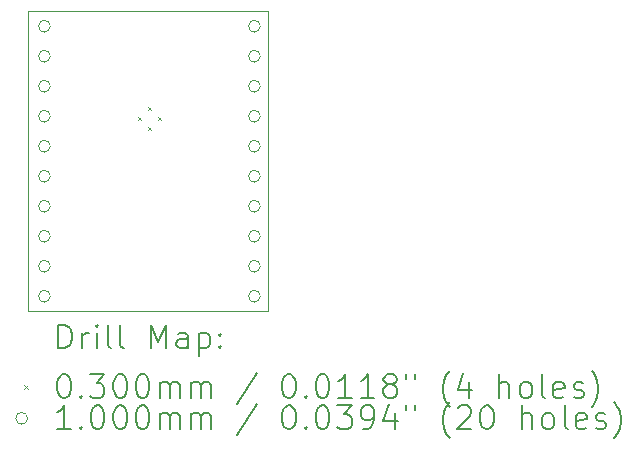
<source format=gbr>
%TF.GenerationSoftware,KiCad,Pcbnew,9.0.6*%
%TF.CreationDate,2025-12-31T23:13:27-06:00*%
%TF.ProjectId,QFN-16_3x3,51464e2d-3136-45f3-9378-332e6b696361,rev?*%
%TF.SameCoordinates,Original*%
%TF.FileFunction,Drillmap*%
%TF.FilePolarity,Positive*%
%FSLAX45Y45*%
G04 Gerber Fmt 4.5, Leading zero omitted, Abs format (unit mm)*
G04 Created by KiCad (PCBNEW 9.0.6) date 2025-12-31 23:13:27*
%MOMM*%
%LPD*%
G01*
G04 APERTURE LIST*
%ADD10C,0.050000*%
%ADD11C,0.200000*%
%ADD12C,0.100000*%
G04 APERTURE END LIST*
D10*
X12052200Y-10795336D02*
X14084200Y-10795336D01*
X14084200Y-13335336D01*
X12052200Y-13335336D01*
X12052200Y-10795336D01*
D11*
D12*
X12981147Y-11687296D02*
X13011147Y-11717296D01*
X13011147Y-11687296D02*
X12981147Y-11717296D01*
X13066000Y-11602444D02*
X13096000Y-11632444D01*
X13096000Y-11602444D02*
X13066000Y-11632444D01*
X13066000Y-11772149D02*
X13096000Y-11802149D01*
X13096000Y-11772149D02*
X13066000Y-11802149D01*
X13150853Y-11687296D02*
X13180853Y-11717296D01*
X13180853Y-11687296D02*
X13150853Y-11717296D01*
X12242000Y-10922000D02*
G75*
G02*
X12142000Y-10922000I-50000J0D01*
G01*
X12142000Y-10922000D02*
G75*
G02*
X12242000Y-10922000I50000J0D01*
G01*
X12242000Y-11176000D02*
G75*
G02*
X12142000Y-11176000I-50000J0D01*
G01*
X12142000Y-11176000D02*
G75*
G02*
X12242000Y-11176000I50000J0D01*
G01*
X12242000Y-11430000D02*
G75*
G02*
X12142000Y-11430000I-50000J0D01*
G01*
X12142000Y-11430000D02*
G75*
G02*
X12242000Y-11430000I50000J0D01*
G01*
X12242000Y-11684000D02*
G75*
G02*
X12142000Y-11684000I-50000J0D01*
G01*
X12142000Y-11684000D02*
G75*
G02*
X12242000Y-11684000I50000J0D01*
G01*
X12242000Y-11938000D02*
G75*
G02*
X12142000Y-11938000I-50000J0D01*
G01*
X12142000Y-11938000D02*
G75*
G02*
X12242000Y-11938000I50000J0D01*
G01*
X12242000Y-12192000D02*
G75*
G02*
X12142000Y-12192000I-50000J0D01*
G01*
X12142000Y-12192000D02*
G75*
G02*
X12242000Y-12192000I50000J0D01*
G01*
X12242000Y-12446000D02*
G75*
G02*
X12142000Y-12446000I-50000J0D01*
G01*
X12142000Y-12446000D02*
G75*
G02*
X12242000Y-12446000I50000J0D01*
G01*
X12242000Y-12700000D02*
G75*
G02*
X12142000Y-12700000I-50000J0D01*
G01*
X12142000Y-12700000D02*
G75*
G02*
X12242000Y-12700000I50000J0D01*
G01*
X12242000Y-12954000D02*
G75*
G02*
X12142000Y-12954000I-50000J0D01*
G01*
X12142000Y-12954000D02*
G75*
G02*
X12242000Y-12954000I50000J0D01*
G01*
X12242000Y-13208000D02*
G75*
G02*
X12142000Y-13208000I-50000J0D01*
G01*
X12142000Y-13208000D02*
G75*
G02*
X12242000Y-13208000I50000J0D01*
G01*
X14020000Y-10922000D02*
G75*
G02*
X13920000Y-10922000I-50000J0D01*
G01*
X13920000Y-10922000D02*
G75*
G02*
X14020000Y-10922000I50000J0D01*
G01*
X14020000Y-11176000D02*
G75*
G02*
X13920000Y-11176000I-50000J0D01*
G01*
X13920000Y-11176000D02*
G75*
G02*
X14020000Y-11176000I50000J0D01*
G01*
X14020000Y-11430000D02*
G75*
G02*
X13920000Y-11430000I-50000J0D01*
G01*
X13920000Y-11430000D02*
G75*
G02*
X14020000Y-11430000I50000J0D01*
G01*
X14020000Y-11684000D02*
G75*
G02*
X13920000Y-11684000I-50000J0D01*
G01*
X13920000Y-11684000D02*
G75*
G02*
X14020000Y-11684000I50000J0D01*
G01*
X14020000Y-11938000D02*
G75*
G02*
X13920000Y-11938000I-50000J0D01*
G01*
X13920000Y-11938000D02*
G75*
G02*
X14020000Y-11938000I50000J0D01*
G01*
X14020000Y-12192000D02*
G75*
G02*
X13920000Y-12192000I-50000J0D01*
G01*
X13920000Y-12192000D02*
G75*
G02*
X14020000Y-12192000I50000J0D01*
G01*
X14020000Y-12446000D02*
G75*
G02*
X13920000Y-12446000I-50000J0D01*
G01*
X13920000Y-12446000D02*
G75*
G02*
X14020000Y-12446000I50000J0D01*
G01*
X14020000Y-12700000D02*
G75*
G02*
X13920000Y-12700000I-50000J0D01*
G01*
X13920000Y-12700000D02*
G75*
G02*
X14020000Y-12700000I50000J0D01*
G01*
X14020000Y-12954000D02*
G75*
G02*
X13920000Y-12954000I-50000J0D01*
G01*
X13920000Y-12954000D02*
G75*
G02*
X14020000Y-12954000I50000J0D01*
G01*
X14020000Y-13208000D02*
G75*
G02*
X13920000Y-13208000I-50000J0D01*
G01*
X13920000Y-13208000D02*
G75*
G02*
X14020000Y-13208000I50000J0D01*
G01*
D11*
X12310477Y-13649320D02*
X12310477Y-13449320D01*
X12310477Y-13449320D02*
X12358096Y-13449320D01*
X12358096Y-13449320D02*
X12386667Y-13458843D01*
X12386667Y-13458843D02*
X12405715Y-13477891D01*
X12405715Y-13477891D02*
X12415239Y-13496939D01*
X12415239Y-13496939D02*
X12424762Y-13535034D01*
X12424762Y-13535034D02*
X12424762Y-13563605D01*
X12424762Y-13563605D02*
X12415239Y-13601701D01*
X12415239Y-13601701D02*
X12405715Y-13620748D01*
X12405715Y-13620748D02*
X12386667Y-13639796D01*
X12386667Y-13639796D02*
X12358096Y-13649320D01*
X12358096Y-13649320D02*
X12310477Y-13649320D01*
X12510477Y-13649320D02*
X12510477Y-13515986D01*
X12510477Y-13554082D02*
X12520000Y-13535034D01*
X12520000Y-13535034D02*
X12529524Y-13525510D01*
X12529524Y-13525510D02*
X12548572Y-13515986D01*
X12548572Y-13515986D02*
X12567620Y-13515986D01*
X12634286Y-13649320D02*
X12634286Y-13515986D01*
X12634286Y-13449320D02*
X12624762Y-13458843D01*
X12624762Y-13458843D02*
X12634286Y-13468367D01*
X12634286Y-13468367D02*
X12643810Y-13458843D01*
X12643810Y-13458843D02*
X12634286Y-13449320D01*
X12634286Y-13449320D02*
X12634286Y-13468367D01*
X12758096Y-13649320D02*
X12739048Y-13639796D01*
X12739048Y-13639796D02*
X12729524Y-13620748D01*
X12729524Y-13620748D02*
X12729524Y-13449320D01*
X12862858Y-13649320D02*
X12843810Y-13639796D01*
X12843810Y-13639796D02*
X12834286Y-13620748D01*
X12834286Y-13620748D02*
X12834286Y-13449320D01*
X13091429Y-13649320D02*
X13091429Y-13449320D01*
X13091429Y-13449320D02*
X13158096Y-13592177D01*
X13158096Y-13592177D02*
X13224762Y-13449320D01*
X13224762Y-13449320D02*
X13224762Y-13649320D01*
X13405715Y-13649320D02*
X13405715Y-13544558D01*
X13405715Y-13544558D02*
X13396191Y-13525510D01*
X13396191Y-13525510D02*
X13377143Y-13515986D01*
X13377143Y-13515986D02*
X13339048Y-13515986D01*
X13339048Y-13515986D02*
X13320000Y-13525510D01*
X13405715Y-13639796D02*
X13386667Y-13649320D01*
X13386667Y-13649320D02*
X13339048Y-13649320D01*
X13339048Y-13649320D02*
X13320000Y-13639796D01*
X13320000Y-13639796D02*
X13310477Y-13620748D01*
X13310477Y-13620748D02*
X13310477Y-13601701D01*
X13310477Y-13601701D02*
X13320000Y-13582653D01*
X13320000Y-13582653D02*
X13339048Y-13573129D01*
X13339048Y-13573129D02*
X13386667Y-13573129D01*
X13386667Y-13573129D02*
X13405715Y-13563605D01*
X13500953Y-13515986D02*
X13500953Y-13715986D01*
X13500953Y-13525510D02*
X13520000Y-13515986D01*
X13520000Y-13515986D02*
X13558096Y-13515986D01*
X13558096Y-13515986D02*
X13577143Y-13525510D01*
X13577143Y-13525510D02*
X13586667Y-13535034D01*
X13586667Y-13535034D02*
X13596191Y-13554082D01*
X13596191Y-13554082D02*
X13596191Y-13611224D01*
X13596191Y-13611224D02*
X13586667Y-13630272D01*
X13586667Y-13630272D02*
X13577143Y-13639796D01*
X13577143Y-13639796D02*
X13558096Y-13649320D01*
X13558096Y-13649320D02*
X13520000Y-13649320D01*
X13520000Y-13649320D02*
X13500953Y-13639796D01*
X13681905Y-13630272D02*
X13691429Y-13639796D01*
X13691429Y-13639796D02*
X13681905Y-13649320D01*
X13681905Y-13649320D02*
X13672381Y-13639796D01*
X13672381Y-13639796D02*
X13681905Y-13630272D01*
X13681905Y-13630272D02*
X13681905Y-13649320D01*
X13681905Y-13525510D02*
X13691429Y-13535034D01*
X13691429Y-13535034D02*
X13681905Y-13544558D01*
X13681905Y-13544558D02*
X13672381Y-13535034D01*
X13672381Y-13535034D02*
X13681905Y-13525510D01*
X13681905Y-13525510D02*
X13681905Y-13544558D01*
D12*
X12019700Y-13962836D02*
X12049700Y-13992836D01*
X12049700Y-13962836D02*
X12019700Y-13992836D01*
D11*
X12348572Y-13869320D02*
X12367620Y-13869320D01*
X12367620Y-13869320D02*
X12386667Y-13878843D01*
X12386667Y-13878843D02*
X12396191Y-13888367D01*
X12396191Y-13888367D02*
X12405715Y-13907415D01*
X12405715Y-13907415D02*
X12415239Y-13945510D01*
X12415239Y-13945510D02*
X12415239Y-13993129D01*
X12415239Y-13993129D02*
X12405715Y-14031224D01*
X12405715Y-14031224D02*
X12396191Y-14050272D01*
X12396191Y-14050272D02*
X12386667Y-14059796D01*
X12386667Y-14059796D02*
X12367620Y-14069320D01*
X12367620Y-14069320D02*
X12348572Y-14069320D01*
X12348572Y-14069320D02*
X12329524Y-14059796D01*
X12329524Y-14059796D02*
X12320000Y-14050272D01*
X12320000Y-14050272D02*
X12310477Y-14031224D01*
X12310477Y-14031224D02*
X12300953Y-13993129D01*
X12300953Y-13993129D02*
X12300953Y-13945510D01*
X12300953Y-13945510D02*
X12310477Y-13907415D01*
X12310477Y-13907415D02*
X12320000Y-13888367D01*
X12320000Y-13888367D02*
X12329524Y-13878843D01*
X12329524Y-13878843D02*
X12348572Y-13869320D01*
X12500953Y-14050272D02*
X12510477Y-14059796D01*
X12510477Y-14059796D02*
X12500953Y-14069320D01*
X12500953Y-14069320D02*
X12491429Y-14059796D01*
X12491429Y-14059796D02*
X12500953Y-14050272D01*
X12500953Y-14050272D02*
X12500953Y-14069320D01*
X12577143Y-13869320D02*
X12700953Y-13869320D01*
X12700953Y-13869320D02*
X12634286Y-13945510D01*
X12634286Y-13945510D02*
X12662858Y-13945510D01*
X12662858Y-13945510D02*
X12681905Y-13955034D01*
X12681905Y-13955034D02*
X12691429Y-13964558D01*
X12691429Y-13964558D02*
X12700953Y-13983605D01*
X12700953Y-13983605D02*
X12700953Y-14031224D01*
X12700953Y-14031224D02*
X12691429Y-14050272D01*
X12691429Y-14050272D02*
X12681905Y-14059796D01*
X12681905Y-14059796D02*
X12662858Y-14069320D01*
X12662858Y-14069320D02*
X12605715Y-14069320D01*
X12605715Y-14069320D02*
X12586667Y-14059796D01*
X12586667Y-14059796D02*
X12577143Y-14050272D01*
X12824762Y-13869320D02*
X12843810Y-13869320D01*
X12843810Y-13869320D02*
X12862858Y-13878843D01*
X12862858Y-13878843D02*
X12872381Y-13888367D01*
X12872381Y-13888367D02*
X12881905Y-13907415D01*
X12881905Y-13907415D02*
X12891429Y-13945510D01*
X12891429Y-13945510D02*
X12891429Y-13993129D01*
X12891429Y-13993129D02*
X12881905Y-14031224D01*
X12881905Y-14031224D02*
X12872381Y-14050272D01*
X12872381Y-14050272D02*
X12862858Y-14059796D01*
X12862858Y-14059796D02*
X12843810Y-14069320D01*
X12843810Y-14069320D02*
X12824762Y-14069320D01*
X12824762Y-14069320D02*
X12805715Y-14059796D01*
X12805715Y-14059796D02*
X12796191Y-14050272D01*
X12796191Y-14050272D02*
X12786667Y-14031224D01*
X12786667Y-14031224D02*
X12777143Y-13993129D01*
X12777143Y-13993129D02*
X12777143Y-13945510D01*
X12777143Y-13945510D02*
X12786667Y-13907415D01*
X12786667Y-13907415D02*
X12796191Y-13888367D01*
X12796191Y-13888367D02*
X12805715Y-13878843D01*
X12805715Y-13878843D02*
X12824762Y-13869320D01*
X13015239Y-13869320D02*
X13034286Y-13869320D01*
X13034286Y-13869320D02*
X13053334Y-13878843D01*
X13053334Y-13878843D02*
X13062858Y-13888367D01*
X13062858Y-13888367D02*
X13072381Y-13907415D01*
X13072381Y-13907415D02*
X13081905Y-13945510D01*
X13081905Y-13945510D02*
X13081905Y-13993129D01*
X13081905Y-13993129D02*
X13072381Y-14031224D01*
X13072381Y-14031224D02*
X13062858Y-14050272D01*
X13062858Y-14050272D02*
X13053334Y-14059796D01*
X13053334Y-14059796D02*
X13034286Y-14069320D01*
X13034286Y-14069320D02*
X13015239Y-14069320D01*
X13015239Y-14069320D02*
X12996191Y-14059796D01*
X12996191Y-14059796D02*
X12986667Y-14050272D01*
X12986667Y-14050272D02*
X12977143Y-14031224D01*
X12977143Y-14031224D02*
X12967620Y-13993129D01*
X12967620Y-13993129D02*
X12967620Y-13945510D01*
X12967620Y-13945510D02*
X12977143Y-13907415D01*
X12977143Y-13907415D02*
X12986667Y-13888367D01*
X12986667Y-13888367D02*
X12996191Y-13878843D01*
X12996191Y-13878843D02*
X13015239Y-13869320D01*
X13167620Y-14069320D02*
X13167620Y-13935986D01*
X13167620Y-13955034D02*
X13177143Y-13945510D01*
X13177143Y-13945510D02*
X13196191Y-13935986D01*
X13196191Y-13935986D02*
X13224762Y-13935986D01*
X13224762Y-13935986D02*
X13243810Y-13945510D01*
X13243810Y-13945510D02*
X13253334Y-13964558D01*
X13253334Y-13964558D02*
X13253334Y-14069320D01*
X13253334Y-13964558D02*
X13262858Y-13945510D01*
X13262858Y-13945510D02*
X13281905Y-13935986D01*
X13281905Y-13935986D02*
X13310477Y-13935986D01*
X13310477Y-13935986D02*
X13329524Y-13945510D01*
X13329524Y-13945510D02*
X13339048Y-13964558D01*
X13339048Y-13964558D02*
X13339048Y-14069320D01*
X13434286Y-14069320D02*
X13434286Y-13935986D01*
X13434286Y-13955034D02*
X13443810Y-13945510D01*
X13443810Y-13945510D02*
X13462858Y-13935986D01*
X13462858Y-13935986D02*
X13491429Y-13935986D01*
X13491429Y-13935986D02*
X13510477Y-13945510D01*
X13510477Y-13945510D02*
X13520001Y-13964558D01*
X13520001Y-13964558D02*
X13520001Y-14069320D01*
X13520001Y-13964558D02*
X13529524Y-13945510D01*
X13529524Y-13945510D02*
X13548572Y-13935986D01*
X13548572Y-13935986D02*
X13577143Y-13935986D01*
X13577143Y-13935986D02*
X13596191Y-13945510D01*
X13596191Y-13945510D02*
X13605715Y-13964558D01*
X13605715Y-13964558D02*
X13605715Y-14069320D01*
X13996191Y-13859796D02*
X13824763Y-14116939D01*
X14253334Y-13869320D02*
X14272382Y-13869320D01*
X14272382Y-13869320D02*
X14291429Y-13878843D01*
X14291429Y-13878843D02*
X14300953Y-13888367D01*
X14300953Y-13888367D02*
X14310477Y-13907415D01*
X14310477Y-13907415D02*
X14320001Y-13945510D01*
X14320001Y-13945510D02*
X14320001Y-13993129D01*
X14320001Y-13993129D02*
X14310477Y-14031224D01*
X14310477Y-14031224D02*
X14300953Y-14050272D01*
X14300953Y-14050272D02*
X14291429Y-14059796D01*
X14291429Y-14059796D02*
X14272382Y-14069320D01*
X14272382Y-14069320D02*
X14253334Y-14069320D01*
X14253334Y-14069320D02*
X14234286Y-14059796D01*
X14234286Y-14059796D02*
X14224763Y-14050272D01*
X14224763Y-14050272D02*
X14215239Y-14031224D01*
X14215239Y-14031224D02*
X14205715Y-13993129D01*
X14205715Y-13993129D02*
X14205715Y-13945510D01*
X14205715Y-13945510D02*
X14215239Y-13907415D01*
X14215239Y-13907415D02*
X14224763Y-13888367D01*
X14224763Y-13888367D02*
X14234286Y-13878843D01*
X14234286Y-13878843D02*
X14253334Y-13869320D01*
X14405715Y-14050272D02*
X14415239Y-14059796D01*
X14415239Y-14059796D02*
X14405715Y-14069320D01*
X14405715Y-14069320D02*
X14396191Y-14059796D01*
X14396191Y-14059796D02*
X14405715Y-14050272D01*
X14405715Y-14050272D02*
X14405715Y-14069320D01*
X14539048Y-13869320D02*
X14558096Y-13869320D01*
X14558096Y-13869320D02*
X14577144Y-13878843D01*
X14577144Y-13878843D02*
X14586667Y-13888367D01*
X14586667Y-13888367D02*
X14596191Y-13907415D01*
X14596191Y-13907415D02*
X14605715Y-13945510D01*
X14605715Y-13945510D02*
X14605715Y-13993129D01*
X14605715Y-13993129D02*
X14596191Y-14031224D01*
X14596191Y-14031224D02*
X14586667Y-14050272D01*
X14586667Y-14050272D02*
X14577144Y-14059796D01*
X14577144Y-14059796D02*
X14558096Y-14069320D01*
X14558096Y-14069320D02*
X14539048Y-14069320D01*
X14539048Y-14069320D02*
X14520001Y-14059796D01*
X14520001Y-14059796D02*
X14510477Y-14050272D01*
X14510477Y-14050272D02*
X14500953Y-14031224D01*
X14500953Y-14031224D02*
X14491429Y-13993129D01*
X14491429Y-13993129D02*
X14491429Y-13945510D01*
X14491429Y-13945510D02*
X14500953Y-13907415D01*
X14500953Y-13907415D02*
X14510477Y-13888367D01*
X14510477Y-13888367D02*
X14520001Y-13878843D01*
X14520001Y-13878843D02*
X14539048Y-13869320D01*
X14796191Y-14069320D02*
X14681905Y-14069320D01*
X14739048Y-14069320D02*
X14739048Y-13869320D01*
X14739048Y-13869320D02*
X14720001Y-13897891D01*
X14720001Y-13897891D02*
X14700953Y-13916939D01*
X14700953Y-13916939D02*
X14681905Y-13926462D01*
X14986667Y-14069320D02*
X14872382Y-14069320D01*
X14929524Y-14069320D02*
X14929524Y-13869320D01*
X14929524Y-13869320D02*
X14910477Y-13897891D01*
X14910477Y-13897891D02*
X14891429Y-13916939D01*
X14891429Y-13916939D02*
X14872382Y-13926462D01*
X15100953Y-13955034D02*
X15081905Y-13945510D01*
X15081905Y-13945510D02*
X15072382Y-13935986D01*
X15072382Y-13935986D02*
X15062858Y-13916939D01*
X15062858Y-13916939D02*
X15062858Y-13907415D01*
X15062858Y-13907415D02*
X15072382Y-13888367D01*
X15072382Y-13888367D02*
X15081905Y-13878843D01*
X15081905Y-13878843D02*
X15100953Y-13869320D01*
X15100953Y-13869320D02*
X15139048Y-13869320D01*
X15139048Y-13869320D02*
X15158096Y-13878843D01*
X15158096Y-13878843D02*
X15167620Y-13888367D01*
X15167620Y-13888367D02*
X15177144Y-13907415D01*
X15177144Y-13907415D02*
X15177144Y-13916939D01*
X15177144Y-13916939D02*
X15167620Y-13935986D01*
X15167620Y-13935986D02*
X15158096Y-13945510D01*
X15158096Y-13945510D02*
X15139048Y-13955034D01*
X15139048Y-13955034D02*
X15100953Y-13955034D01*
X15100953Y-13955034D02*
X15081905Y-13964558D01*
X15081905Y-13964558D02*
X15072382Y-13974082D01*
X15072382Y-13974082D02*
X15062858Y-13993129D01*
X15062858Y-13993129D02*
X15062858Y-14031224D01*
X15062858Y-14031224D02*
X15072382Y-14050272D01*
X15072382Y-14050272D02*
X15081905Y-14059796D01*
X15081905Y-14059796D02*
X15100953Y-14069320D01*
X15100953Y-14069320D02*
X15139048Y-14069320D01*
X15139048Y-14069320D02*
X15158096Y-14059796D01*
X15158096Y-14059796D02*
X15167620Y-14050272D01*
X15167620Y-14050272D02*
X15177144Y-14031224D01*
X15177144Y-14031224D02*
X15177144Y-13993129D01*
X15177144Y-13993129D02*
X15167620Y-13974082D01*
X15167620Y-13974082D02*
X15158096Y-13964558D01*
X15158096Y-13964558D02*
X15139048Y-13955034D01*
X15253334Y-13869320D02*
X15253334Y-13907415D01*
X15329525Y-13869320D02*
X15329525Y-13907415D01*
X15624763Y-14145510D02*
X15615239Y-14135986D01*
X15615239Y-14135986D02*
X15596191Y-14107415D01*
X15596191Y-14107415D02*
X15586667Y-14088367D01*
X15586667Y-14088367D02*
X15577144Y-14059796D01*
X15577144Y-14059796D02*
X15567620Y-14012177D01*
X15567620Y-14012177D02*
X15567620Y-13974082D01*
X15567620Y-13974082D02*
X15577144Y-13926462D01*
X15577144Y-13926462D02*
X15586667Y-13897891D01*
X15586667Y-13897891D02*
X15596191Y-13878843D01*
X15596191Y-13878843D02*
X15615239Y-13850272D01*
X15615239Y-13850272D02*
X15624763Y-13840748D01*
X15786667Y-13935986D02*
X15786667Y-14069320D01*
X15739048Y-13859796D02*
X15691429Y-14002653D01*
X15691429Y-14002653D02*
X15815239Y-14002653D01*
X16043810Y-14069320D02*
X16043810Y-13869320D01*
X16129525Y-14069320D02*
X16129525Y-13964558D01*
X16129525Y-13964558D02*
X16120001Y-13945510D01*
X16120001Y-13945510D02*
X16100953Y-13935986D01*
X16100953Y-13935986D02*
X16072382Y-13935986D01*
X16072382Y-13935986D02*
X16053334Y-13945510D01*
X16053334Y-13945510D02*
X16043810Y-13955034D01*
X16253334Y-14069320D02*
X16234287Y-14059796D01*
X16234287Y-14059796D02*
X16224763Y-14050272D01*
X16224763Y-14050272D02*
X16215239Y-14031224D01*
X16215239Y-14031224D02*
X16215239Y-13974082D01*
X16215239Y-13974082D02*
X16224763Y-13955034D01*
X16224763Y-13955034D02*
X16234287Y-13945510D01*
X16234287Y-13945510D02*
X16253334Y-13935986D01*
X16253334Y-13935986D02*
X16281906Y-13935986D01*
X16281906Y-13935986D02*
X16300953Y-13945510D01*
X16300953Y-13945510D02*
X16310477Y-13955034D01*
X16310477Y-13955034D02*
X16320001Y-13974082D01*
X16320001Y-13974082D02*
X16320001Y-14031224D01*
X16320001Y-14031224D02*
X16310477Y-14050272D01*
X16310477Y-14050272D02*
X16300953Y-14059796D01*
X16300953Y-14059796D02*
X16281906Y-14069320D01*
X16281906Y-14069320D02*
X16253334Y-14069320D01*
X16434287Y-14069320D02*
X16415239Y-14059796D01*
X16415239Y-14059796D02*
X16405715Y-14040748D01*
X16405715Y-14040748D02*
X16405715Y-13869320D01*
X16586668Y-14059796D02*
X16567620Y-14069320D01*
X16567620Y-14069320D02*
X16529525Y-14069320D01*
X16529525Y-14069320D02*
X16510477Y-14059796D01*
X16510477Y-14059796D02*
X16500953Y-14040748D01*
X16500953Y-14040748D02*
X16500953Y-13964558D01*
X16500953Y-13964558D02*
X16510477Y-13945510D01*
X16510477Y-13945510D02*
X16529525Y-13935986D01*
X16529525Y-13935986D02*
X16567620Y-13935986D01*
X16567620Y-13935986D02*
X16586668Y-13945510D01*
X16586668Y-13945510D02*
X16596191Y-13964558D01*
X16596191Y-13964558D02*
X16596191Y-13983605D01*
X16596191Y-13983605D02*
X16500953Y-14002653D01*
X16672382Y-14059796D02*
X16691429Y-14069320D01*
X16691429Y-14069320D02*
X16729525Y-14069320D01*
X16729525Y-14069320D02*
X16748572Y-14059796D01*
X16748572Y-14059796D02*
X16758096Y-14040748D01*
X16758096Y-14040748D02*
X16758096Y-14031224D01*
X16758096Y-14031224D02*
X16748572Y-14012177D01*
X16748572Y-14012177D02*
X16729525Y-14002653D01*
X16729525Y-14002653D02*
X16700953Y-14002653D01*
X16700953Y-14002653D02*
X16681906Y-13993129D01*
X16681906Y-13993129D02*
X16672382Y-13974082D01*
X16672382Y-13974082D02*
X16672382Y-13964558D01*
X16672382Y-13964558D02*
X16681906Y-13945510D01*
X16681906Y-13945510D02*
X16700953Y-13935986D01*
X16700953Y-13935986D02*
X16729525Y-13935986D01*
X16729525Y-13935986D02*
X16748572Y-13945510D01*
X16824763Y-14145510D02*
X16834287Y-14135986D01*
X16834287Y-14135986D02*
X16853334Y-14107415D01*
X16853334Y-14107415D02*
X16862858Y-14088367D01*
X16862858Y-14088367D02*
X16872382Y-14059796D01*
X16872382Y-14059796D02*
X16881906Y-14012177D01*
X16881906Y-14012177D02*
X16881906Y-13974082D01*
X16881906Y-13974082D02*
X16872382Y-13926462D01*
X16872382Y-13926462D02*
X16862858Y-13897891D01*
X16862858Y-13897891D02*
X16853334Y-13878843D01*
X16853334Y-13878843D02*
X16834287Y-13850272D01*
X16834287Y-13850272D02*
X16824763Y-13840748D01*
D12*
X12049700Y-14241836D02*
G75*
G02*
X11949700Y-14241836I-50000J0D01*
G01*
X11949700Y-14241836D02*
G75*
G02*
X12049700Y-14241836I50000J0D01*
G01*
D11*
X12415239Y-14333320D02*
X12300953Y-14333320D01*
X12358096Y-14333320D02*
X12358096Y-14133320D01*
X12358096Y-14133320D02*
X12339048Y-14161891D01*
X12339048Y-14161891D02*
X12320000Y-14180939D01*
X12320000Y-14180939D02*
X12300953Y-14190462D01*
X12500953Y-14314272D02*
X12510477Y-14323796D01*
X12510477Y-14323796D02*
X12500953Y-14333320D01*
X12500953Y-14333320D02*
X12491429Y-14323796D01*
X12491429Y-14323796D02*
X12500953Y-14314272D01*
X12500953Y-14314272D02*
X12500953Y-14333320D01*
X12634286Y-14133320D02*
X12653334Y-14133320D01*
X12653334Y-14133320D02*
X12672381Y-14142843D01*
X12672381Y-14142843D02*
X12681905Y-14152367D01*
X12681905Y-14152367D02*
X12691429Y-14171415D01*
X12691429Y-14171415D02*
X12700953Y-14209510D01*
X12700953Y-14209510D02*
X12700953Y-14257129D01*
X12700953Y-14257129D02*
X12691429Y-14295224D01*
X12691429Y-14295224D02*
X12681905Y-14314272D01*
X12681905Y-14314272D02*
X12672381Y-14323796D01*
X12672381Y-14323796D02*
X12653334Y-14333320D01*
X12653334Y-14333320D02*
X12634286Y-14333320D01*
X12634286Y-14333320D02*
X12615239Y-14323796D01*
X12615239Y-14323796D02*
X12605715Y-14314272D01*
X12605715Y-14314272D02*
X12596191Y-14295224D01*
X12596191Y-14295224D02*
X12586667Y-14257129D01*
X12586667Y-14257129D02*
X12586667Y-14209510D01*
X12586667Y-14209510D02*
X12596191Y-14171415D01*
X12596191Y-14171415D02*
X12605715Y-14152367D01*
X12605715Y-14152367D02*
X12615239Y-14142843D01*
X12615239Y-14142843D02*
X12634286Y-14133320D01*
X12824762Y-14133320D02*
X12843810Y-14133320D01*
X12843810Y-14133320D02*
X12862858Y-14142843D01*
X12862858Y-14142843D02*
X12872381Y-14152367D01*
X12872381Y-14152367D02*
X12881905Y-14171415D01*
X12881905Y-14171415D02*
X12891429Y-14209510D01*
X12891429Y-14209510D02*
X12891429Y-14257129D01*
X12891429Y-14257129D02*
X12881905Y-14295224D01*
X12881905Y-14295224D02*
X12872381Y-14314272D01*
X12872381Y-14314272D02*
X12862858Y-14323796D01*
X12862858Y-14323796D02*
X12843810Y-14333320D01*
X12843810Y-14333320D02*
X12824762Y-14333320D01*
X12824762Y-14333320D02*
X12805715Y-14323796D01*
X12805715Y-14323796D02*
X12796191Y-14314272D01*
X12796191Y-14314272D02*
X12786667Y-14295224D01*
X12786667Y-14295224D02*
X12777143Y-14257129D01*
X12777143Y-14257129D02*
X12777143Y-14209510D01*
X12777143Y-14209510D02*
X12786667Y-14171415D01*
X12786667Y-14171415D02*
X12796191Y-14152367D01*
X12796191Y-14152367D02*
X12805715Y-14142843D01*
X12805715Y-14142843D02*
X12824762Y-14133320D01*
X13015239Y-14133320D02*
X13034286Y-14133320D01*
X13034286Y-14133320D02*
X13053334Y-14142843D01*
X13053334Y-14142843D02*
X13062858Y-14152367D01*
X13062858Y-14152367D02*
X13072381Y-14171415D01*
X13072381Y-14171415D02*
X13081905Y-14209510D01*
X13081905Y-14209510D02*
X13081905Y-14257129D01*
X13081905Y-14257129D02*
X13072381Y-14295224D01*
X13072381Y-14295224D02*
X13062858Y-14314272D01*
X13062858Y-14314272D02*
X13053334Y-14323796D01*
X13053334Y-14323796D02*
X13034286Y-14333320D01*
X13034286Y-14333320D02*
X13015239Y-14333320D01*
X13015239Y-14333320D02*
X12996191Y-14323796D01*
X12996191Y-14323796D02*
X12986667Y-14314272D01*
X12986667Y-14314272D02*
X12977143Y-14295224D01*
X12977143Y-14295224D02*
X12967620Y-14257129D01*
X12967620Y-14257129D02*
X12967620Y-14209510D01*
X12967620Y-14209510D02*
X12977143Y-14171415D01*
X12977143Y-14171415D02*
X12986667Y-14152367D01*
X12986667Y-14152367D02*
X12996191Y-14142843D01*
X12996191Y-14142843D02*
X13015239Y-14133320D01*
X13167620Y-14333320D02*
X13167620Y-14199986D01*
X13167620Y-14219034D02*
X13177143Y-14209510D01*
X13177143Y-14209510D02*
X13196191Y-14199986D01*
X13196191Y-14199986D02*
X13224762Y-14199986D01*
X13224762Y-14199986D02*
X13243810Y-14209510D01*
X13243810Y-14209510D02*
X13253334Y-14228558D01*
X13253334Y-14228558D02*
X13253334Y-14333320D01*
X13253334Y-14228558D02*
X13262858Y-14209510D01*
X13262858Y-14209510D02*
X13281905Y-14199986D01*
X13281905Y-14199986D02*
X13310477Y-14199986D01*
X13310477Y-14199986D02*
X13329524Y-14209510D01*
X13329524Y-14209510D02*
X13339048Y-14228558D01*
X13339048Y-14228558D02*
X13339048Y-14333320D01*
X13434286Y-14333320D02*
X13434286Y-14199986D01*
X13434286Y-14219034D02*
X13443810Y-14209510D01*
X13443810Y-14209510D02*
X13462858Y-14199986D01*
X13462858Y-14199986D02*
X13491429Y-14199986D01*
X13491429Y-14199986D02*
X13510477Y-14209510D01*
X13510477Y-14209510D02*
X13520001Y-14228558D01*
X13520001Y-14228558D02*
X13520001Y-14333320D01*
X13520001Y-14228558D02*
X13529524Y-14209510D01*
X13529524Y-14209510D02*
X13548572Y-14199986D01*
X13548572Y-14199986D02*
X13577143Y-14199986D01*
X13577143Y-14199986D02*
X13596191Y-14209510D01*
X13596191Y-14209510D02*
X13605715Y-14228558D01*
X13605715Y-14228558D02*
X13605715Y-14333320D01*
X13996191Y-14123796D02*
X13824763Y-14380939D01*
X14253334Y-14133320D02*
X14272382Y-14133320D01*
X14272382Y-14133320D02*
X14291429Y-14142843D01*
X14291429Y-14142843D02*
X14300953Y-14152367D01*
X14300953Y-14152367D02*
X14310477Y-14171415D01*
X14310477Y-14171415D02*
X14320001Y-14209510D01*
X14320001Y-14209510D02*
X14320001Y-14257129D01*
X14320001Y-14257129D02*
X14310477Y-14295224D01*
X14310477Y-14295224D02*
X14300953Y-14314272D01*
X14300953Y-14314272D02*
X14291429Y-14323796D01*
X14291429Y-14323796D02*
X14272382Y-14333320D01*
X14272382Y-14333320D02*
X14253334Y-14333320D01*
X14253334Y-14333320D02*
X14234286Y-14323796D01*
X14234286Y-14323796D02*
X14224763Y-14314272D01*
X14224763Y-14314272D02*
X14215239Y-14295224D01*
X14215239Y-14295224D02*
X14205715Y-14257129D01*
X14205715Y-14257129D02*
X14205715Y-14209510D01*
X14205715Y-14209510D02*
X14215239Y-14171415D01*
X14215239Y-14171415D02*
X14224763Y-14152367D01*
X14224763Y-14152367D02*
X14234286Y-14142843D01*
X14234286Y-14142843D02*
X14253334Y-14133320D01*
X14405715Y-14314272D02*
X14415239Y-14323796D01*
X14415239Y-14323796D02*
X14405715Y-14333320D01*
X14405715Y-14333320D02*
X14396191Y-14323796D01*
X14396191Y-14323796D02*
X14405715Y-14314272D01*
X14405715Y-14314272D02*
X14405715Y-14333320D01*
X14539048Y-14133320D02*
X14558096Y-14133320D01*
X14558096Y-14133320D02*
X14577144Y-14142843D01*
X14577144Y-14142843D02*
X14586667Y-14152367D01*
X14586667Y-14152367D02*
X14596191Y-14171415D01*
X14596191Y-14171415D02*
X14605715Y-14209510D01*
X14605715Y-14209510D02*
X14605715Y-14257129D01*
X14605715Y-14257129D02*
X14596191Y-14295224D01*
X14596191Y-14295224D02*
X14586667Y-14314272D01*
X14586667Y-14314272D02*
X14577144Y-14323796D01*
X14577144Y-14323796D02*
X14558096Y-14333320D01*
X14558096Y-14333320D02*
X14539048Y-14333320D01*
X14539048Y-14333320D02*
X14520001Y-14323796D01*
X14520001Y-14323796D02*
X14510477Y-14314272D01*
X14510477Y-14314272D02*
X14500953Y-14295224D01*
X14500953Y-14295224D02*
X14491429Y-14257129D01*
X14491429Y-14257129D02*
X14491429Y-14209510D01*
X14491429Y-14209510D02*
X14500953Y-14171415D01*
X14500953Y-14171415D02*
X14510477Y-14152367D01*
X14510477Y-14152367D02*
X14520001Y-14142843D01*
X14520001Y-14142843D02*
X14539048Y-14133320D01*
X14672382Y-14133320D02*
X14796191Y-14133320D01*
X14796191Y-14133320D02*
X14729524Y-14209510D01*
X14729524Y-14209510D02*
X14758096Y-14209510D01*
X14758096Y-14209510D02*
X14777144Y-14219034D01*
X14777144Y-14219034D02*
X14786667Y-14228558D01*
X14786667Y-14228558D02*
X14796191Y-14247605D01*
X14796191Y-14247605D02*
X14796191Y-14295224D01*
X14796191Y-14295224D02*
X14786667Y-14314272D01*
X14786667Y-14314272D02*
X14777144Y-14323796D01*
X14777144Y-14323796D02*
X14758096Y-14333320D01*
X14758096Y-14333320D02*
X14700953Y-14333320D01*
X14700953Y-14333320D02*
X14681905Y-14323796D01*
X14681905Y-14323796D02*
X14672382Y-14314272D01*
X14891429Y-14333320D02*
X14929524Y-14333320D01*
X14929524Y-14333320D02*
X14948572Y-14323796D01*
X14948572Y-14323796D02*
X14958096Y-14314272D01*
X14958096Y-14314272D02*
X14977144Y-14285701D01*
X14977144Y-14285701D02*
X14986667Y-14247605D01*
X14986667Y-14247605D02*
X14986667Y-14171415D01*
X14986667Y-14171415D02*
X14977144Y-14152367D01*
X14977144Y-14152367D02*
X14967620Y-14142843D01*
X14967620Y-14142843D02*
X14948572Y-14133320D01*
X14948572Y-14133320D02*
X14910477Y-14133320D01*
X14910477Y-14133320D02*
X14891429Y-14142843D01*
X14891429Y-14142843D02*
X14881905Y-14152367D01*
X14881905Y-14152367D02*
X14872382Y-14171415D01*
X14872382Y-14171415D02*
X14872382Y-14219034D01*
X14872382Y-14219034D02*
X14881905Y-14238082D01*
X14881905Y-14238082D02*
X14891429Y-14247605D01*
X14891429Y-14247605D02*
X14910477Y-14257129D01*
X14910477Y-14257129D02*
X14948572Y-14257129D01*
X14948572Y-14257129D02*
X14967620Y-14247605D01*
X14967620Y-14247605D02*
X14977144Y-14238082D01*
X14977144Y-14238082D02*
X14986667Y-14219034D01*
X15158096Y-14199986D02*
X15158096Y-14333320D01*
X15110477Y-14123796D02*
X15062858Y-14266653D01*
X15062858Y-14266653D02*
X15186667Y-14266653D01*
X15253334Y-14133320D02*
X15253334Y-14171415D01*
X15329525Y-14133320D02*
X15329525Y-14171415D01*
X15624763Y-14409510D02*
X15615239Y-14399986D01*
X15615239Y-14399986D02*
X15596191Y-14371415D01*
X15596191Y-14371415D02*
X15586667Y-14352367D01*
X15586667Y-14352367D02*
X15577144Y-14323796D01*
X15577144Y-14323796D02*
X15567620Y-14276177D01*
X15567620Y-14276177D02*
X15567620Y-14238082D01*
X15567620Y-14238082D02*
X15577144Y-14190462D01*
X15577144Y-14190462D02*
X15586667Y-14161891D01*
X15586667Y-14161891D02*
X15596191Y-14142843D01*
X15596191Y-14142843D02*
X15615239Y-14114272D01*
X15615239Y-14114272D02*
X15624763Y-14104748D01*
X15691429Y-14152367D02*
X15700953Y-14142843D01*
X15700953Y-14142843D02*
X15720001Y-14133320D01*
X15720001Y-14133320D02*
X15767620Y-14133320D01*
X15767620Y-14133320D02*
X15786667Y-14142843D01*
X15786667Y-14142843D02*
X15796191Y-14152367D01*
X15796191Y-14152367D02*
X15805715Y-14171415D01*
X15805715Y-14171415D02*
X15805715Y-14190462D01*
X15805715Y-14190462D02*
X15796191Y-14219034D01*
X15796191Y-14219034D02*
X15681906Y-14333320D01*
X15681906Y-14333320D02*
X15805715Y-14333320D01*
X15929525Y-14133320D02*
X15948572Y-14133320D01*
X15948572Y-14133320D02*
X15967620Y-14142843D01*
X15967620Y-14142843D02*
X15977144Y-14152367D01*
X15977144Y-14152367D02*
X15986667Y-14171415D01*
X15986667Y-14171415D02*
X15996191Y-14209510D01*
X15996191Y-14209510D02*
X15996191Y-14257129D01*
X15996191Y-14257129D02*
X15986667Y-14295224D01*
X15986667Y-14295224D02*
X15977144Y-14314272D01*
X15977144Y-14314272D02*
X15967620Y-14323796D01*
X15967620Y-14323796D02*
X15948572Y-14333320D01*
X15948572Y-14333320D02*
X15929525Y-14333320D01*
X15929525Y-14333320D02*
X15910477Y-14323796D01*
X15910477Y-14323796D02*
X15900953Y-14314272D01*
X15900953Y-14314272D02*
X15891429Y-14295224D01*
X15891429Y-14295224D02*
X15881906Y-14257129D01*
X15881906Y-14257129D02*
X15881906Y-14209510D01*
X15881906Y-14209510D02*
X15891429Y-14171415D01*
X15891429Y-14171415D02*
X15900953Y-14152367D01*
X15900953Y-14152367D02*
X15910477Y-14142843D01*
X15910477Y-14142843D02*
X15929525Y-14133320D01*
X16234287Y-14333320D02*
X16234287Y-14133320D01*
X16320001Y-14333320D02*
X16320001Y-14228558D01*
X16320001Y-14228558D02*
X16310477Y-14209510D01*
X16310477Y-14209510D02*
X16291429Y-14199986D01*
X16291429Y-14199986D02*
X16262858Y-14199986D01*
X16262858Y-14199986D02*
X16243810Y-14209510D01*
X16243810Y-14209510D02*
X16234287Y-14219034D01*
X16443810Y-14333320D02*
X16424763Y-14323796D01*
X16424763Y-14323796D02*
X16415239Y-14314272D01*
X16415239Y-14314272D02*
X16405715Y-14295224D01*
X16405715Y-14295224D02*
X16405715Y-14238082D01*
X16405715Y-14238082D02*
X16415239Y-14219034D01*
X16415239Y-14219034D02*
X16424763Y-14209510D01*
X16424763Y-14209510D02*
X16443810Y-14199986D01*
X16443810Y-14199986D02*
X16472382Y-14199986D01*
X16472382Y-14199986D02*
X16491429Y-14209510D01*
X16491429Y-14209510D02*
X16500953Y-14219034D01*
X16500953Y-14219034D02*
X16510477Y-14238082D01*
X16510477Y-14238082D02*
X16510477Y-14295224D01*
X16510477Y-14295224D02*
X16500953Y-14314272D01*
X16500953Y-14314272D02*
X16491429Y-14323796D01*
X16491429Y-14323796D02*
X16472382Y-14333320D01*
X16472382Y-14333320D02*
X16443810Y-14333320D01*
X16624763Y-14333320D02*
X16605715Y-14323796D01*
X16605715Y-14323796D02*
X16596191Y-14304748D01*
X16596191Y-14304748D02*
X16596191Y-14133320D01*
X16777144Y-14323796D02*
X16758096Y-14333320D01*
X16758096Y-14333320D02*
X16720001Y-14333320D01*
X16720001Y-14333320D02*
X16700953Y-14323796D01*
X16700953Y-14323796D02*
X16691429Y-14304748D01*
X16691429Y-14304748D02*
X16691429Y-14228558D01*
X16691429Y-14228558D02*
X16700953Y-14209510D01*
X16700953Y-14209510D02*
X16720001Y-14199986D01*
X16720001Y-14199986D02*
X16758096Y-14199986D01*
X16758096Y-14199986D02*
X16777144Y-14209510D01*
X16777144Y-14209510D02*
X16786668Y-14228558D01*
X16786668Y-14228558D02*
X16786668Y-14247605D01*
X16786668Y-14247605D02*
X16691429Y-14266653D01*
X16862858Y-14323796D02*
X16881906Y-14333320D01*
X16881906Y-14333320D02*
X16920001Y-14333320D01*
X16920001Y-14333320D02*
X16939049Y-14323796D01*
X16939049Y-14323796D02*
X16948572Y-14304748D01*
X16948572Y-14304748D02*
X16948572Y-14295224D01*
X16948572Y-14295224D02*
X16939049Y-14276177D01*
X16939049Y-14276177D02*
X16920001Y-14266653D01*
X16920001Y-14266653D02*
X16891430Y-14266653D01*
X16891430Y-14266653D02*
X16872382Y-14257129D01*
X16872382Y-14257129D02*
X16862858Y-14238082D01*
X16862858Y-14238082D02*
X16862858Y-14228558D01*
X16862858Y-14228558D02*
X16872382Y-14209510D01*
X16872382Y-14209510D02*
X16891430Y-14199986D01*
X16891430Y-14199986D02*
X16920001Y-14199986D01*
X16920001Y-14199986D02*
X16939049Y-14209510D01*
X17015239Y-14409510D02*
X17024763Y-14399986D01*
X17024763Y-14399986D02*
X17043811Y-14371415D01*
X17043811Y-14371415D02*
X17053334Y-14352367D01*
X17053334Y-14352367D02*
X17062858Y-14323796D01*
X17062858Y-14323796D02*
X17072382Y-14276177D01*
X17072382Y-14276177D02*
X17072382Y-14238082D01*
X17072382Y-14238082D02*
X17062858Y-14190462D01*
X17062858Y-14190462D02*
X17053334Y-14161891D01*
X17053334Y-14161891D02*
X17043811Y-14142843D01*
X17043811Y-14142843D02*
X17024763Y-14114272D01*
X17024763Y-14114272D02*
X17015239Y-14104748D01*
M02*

</source>
